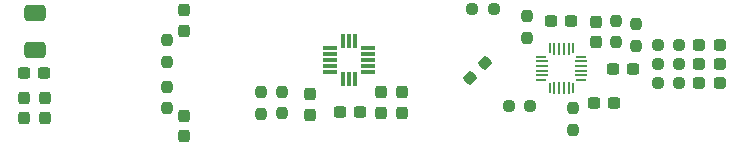
<source format=gtp>
G04 #@! TF.GenerationSoftware,KiCad,Pcbnew,(6.0.8)*
G04 #@! TF.CreationDate,2022-11-19T16:18:39-06:00*
G04 #@! TF.ProjectId,NavBoard_Hardware,4e617642-6f61-4726-945f-486172647761,rev?*
G04 #@! TF.SameCoordinates,Original*
G04 #@! TF.FileFunction,Paste,Top*
G04 #@! TF.FilePolarity,Positive*
%FSLAX46Y46*%
G04 Gerber Fmt 4.6, Leading zero omitted, Abs format (unit mm)*
G04 Created by KiCad (PCBNEW (6.0.8)) date 2022-11-19 16:18:39*
%MOMM*%
%LPD*%
G01*
G04 APERTURE LIST*
G04 Aperture macros list*
%AMRoundRect*
0 Rectangle with rounded corners*
0 $1 Rounding radius*
0 $2 $3 $4 $5 $6 $7 $8 $9 X,Y pos of 4 corners*
0 Add a 4 corners polygon primitive as box body*
4,1,4,$2,$3,$4,$5,$6,$7,$8,$9,$2,$3,0*
0 Add four circle primitives for the rounded corners*
1,1,$1+$1,$2,$3*
1,1,$1+$1,$4,$5*
1,1,$1+$1,$6,$7*
1,1,$1+$1,$8,$9*
0 Add four rect primitives between the rounded corners*
20,1,$1+$1,$2,$3,$4,$5,0*
20,1,$1+$1,$4,$5,$6,$7,0*
20,1,$1+$1,$6,$7,$8,$9,0*
20,1,$1+$1,$8,$9,$2,$3,0*%
G04 Aperture macros list end*
%ADD10RoundRect,0.237500X-0.237500X0.250000X-0.237500X-0.250000X0.237500X-0.250000X0.237500X0.250000X0*%
%ADD11RoundRect,0.237500X0.300000X0.237500X-0.300000X0.237500X-0.300000X-0.237500X0.300000X-0.237500X0*%
%ADD12RoundRect,0.237500X-0.250000X-0.237500X0.250000X-0.237500X0.250000X0.237500X-0.250000X0.237500X0*%
%ADD13R,0.228600X0.875000*%
%ADD14R,0.228600X1.000000*%
%ADD15R,0.850000X0.228600*%
%ADD16R,1.000000X0.228600*%
%ADD17R,0.228600X0.850000*%
%ADD18R,0.875000X0.228600*%
%ADD19RoundRect,0.237500X-0.300000X-0.237500X0.300000X-0.237500X0.300000X0.237500X-0.300000X0.237500X0*%
%ADD20RoundRect,0.237500X-0.237500X0.300000X-0.237500X-0.300000X0.237500X-0.300000X0.237500X0.300000X0*%
%ADD21RoundRect,0.250000X-0.650000X0.412500X-0.650000X-0.412500X0.650000X-0.412500X0.650000X0.412500X0*%
%ADD22RoundRect,0.237500X0.237500X-0.287500X0.237500X0.287500X-0.237500X0.287500X-0.237500X-0.287500X0*%
%ADD23R,1.200000X0.350000*%
%ADD24R,0.350000X1.200000*%
%ADD25RoundRect,0.237500X0.287500X0.237500X-0.287500X0.237500X-0.287500X-0.237500X0.287500X-0.237500X0*%
%ADD26RoundRect,0.237500X0.237500X-0.250000X0.237500X0.250000X-0.237500X0.250000X-0.237500X-0.250000X0*%
%ADD27RoundRect,0.237500X0.250000X0.237500X-0.250000X0.237500X-0.250000X-0.237500X0.250000X-0.237500X0*%
%ADD28RoundRect,0.237500X0.237500X-0.300000X0.237500X0.300000X-0.237500X0.300000X-0.237500X-0.300000X0*%
%ADD29RoundRect,0.237500X0.008839X0.344715X-0.344715X-0.008839X-0.008839X-0.344715X0.344715X0.008839X0*%
%ADD30RoundRect,0.237500X-0.237500X0.287500X-0.237500X-0.287500X0.237500X-0.287500X0.237500X0.287500X0*%
G04 APERTURE END LIST*
D10*
X162448929Y-100726070D03*
X162448929Y-102551070D03*
D11*
X162261429Y-93338570D03*
X160536429Y-93338570D03*
D12*
X169575000Y-95400000D03*
X171400000Y-95400000D03*
D13*
X160436508Y-99048570D03*
D14*
X160836510Y-98988570D03*
X161236509Y-98988570D03*
X161636509Y-98988570D03*
X162036508Y-98988570D03*
D13*
X162436510Y-99048570D03*
D15*
X163123929Y-98348930D03*
D16*
X163048929Y-97948928D03*
X163048929Y-97548929D03*
X163048929Y-97148929D03*
X163048929Y-96748930D03*
D15*
X163123929Y-96348928D03*
D17*
X162436510Y-95663570D03*
D14*
X162036508Y-95738570D03*
X161636509Y-95738570D03*
X161236509Y-95738570D03*
X160836510Y-95738570D03*
D17*
X160436508Y-95663570D03*
D18*
X159738929Y-96348928D03*
D16*
X159798929Y-96748930D03*
X159798929Y-97148929D03*
X159798929Y-97548929D03*
X159798929Y-97948928D03*
D18*
X159738929Y-98348930D03*
D19*
X115937500Y-97700000D03*
X117662500Y-97700000D03*
D20*
X140155000Y-99550000D03*
X140155000Y-101275000D03*
D12*
X169575000Y-97000000D03*
X171400000Y-97000000D03*
D21*
X116900000Y-92637500D03*
X116900000Y-95762500D03*
D22*
X129500000Y-103100001D03*
X129500000Y-101350001D03*
D11*
X144417500Y-101068750D03*
X142692500Y-101068750D03*
D23*
X145045000Y-97650000D03*
X145045000Y-97150000D03*
X145045000Y-96650000D03*
X145045000Y-96150000D03*
X145045000Y-95650000D03*
D24*
X143955000Y-95050000D03*
X143455000Y-95050000D03*
X142955000Y-95050000D03*
D23*
X141845000Y-95650000D03*
X141845000Y-96150000D03*
X141845000Y-96650000D03*
X141845000Y-97150000D03*
X141845000Y-97650000D03*
D24*
X142955000Y-98250000D03*
X143455000Y-98250000D03*
X143955000Y-98250000D03*
D25*
X174862500Y-98600000D03*
X173112500Y-98600000D03*
D19*
X165786429Y-97438570D03*
X167511429Y-97438570D03*
D26*
X128000000Y-100712500D03*
X128000000Y-98887500D03*
D27*
X158812500Y-100500000D03*
X156987500Y-100500000D03*
D10*
X136000000Y-99387500D03*
X136000000Y-101212500D03*
D25*
X174862500Y-95400000D03*
X173112500Y-95400000D03*
X174862500Y-97000000D03*
X173112500Y-97000000D03*
D12*
X169575000Y-98600000D03*
X171400000Y-98600000D03*
D10*
X137755001Y-99337500D03*
X137755001Y-101162500D03*
D20*
X115900000Y-99837500D03*
X115900000Y-101562500D03*
X147955000Y-99387500D03*
X147955000Y-101112500D03*
D28*
X164348929Y-95138570D03*
X164348929Y-93413570D03*
D19*
X164186429Y-100238570D03*
X165911429Y-100238570D03*
D20*
X117700000Y-99837500D03*
X117700000Y-101562500D03*
X146155000Y-99387501D03*
X146155000Y-101112501D03*
D26*
X166048929Y-95151070D03*
X166048929Y-93326070D03*
X128000000Y-96812500D03*
X128000000Y-94987500D03*
X167748929Y-95438570D03*
X167748929Y-93613570D03*
X158548929Y-94763570D03*
X158548929Y-92938570D03*
D29*
X154945235Y-96854765D03*
X153654765Y-98145235D03*
D12*
X153887500Y-92300000D03*
X155712500Y-92300000D03*
D30*
X129500000Y-92399999D03*
X129500000Y-94149999D03*
M02*

</source>
